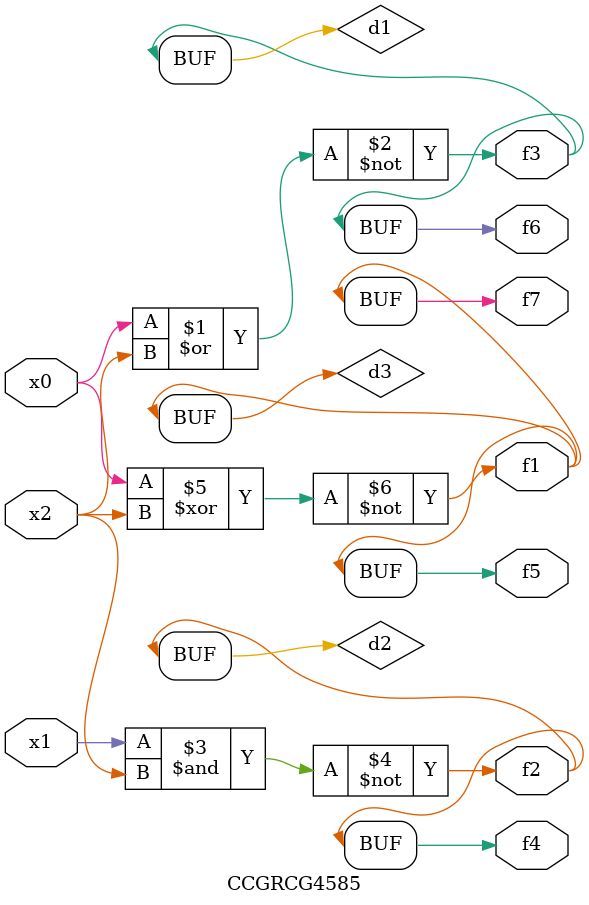
<source format=v>
module CCGRCG4585(
	input x0, x1, x2,
	output f1, f2, f3, f4, f5, f6, f7
);

	wire d1, d2, d3;

	nor (d1, x0, x2);
	nand (d2, x1, x2);
	xnor (d3, x0, x2);
	assign f1 = d3;
	assign f2 = d2;
	assign f3 = d1;
	assign f4 = d2;
	assign f5 = d3;
	assign f6 = d1;
	assign f7 = d3;
endmodule

</source>
